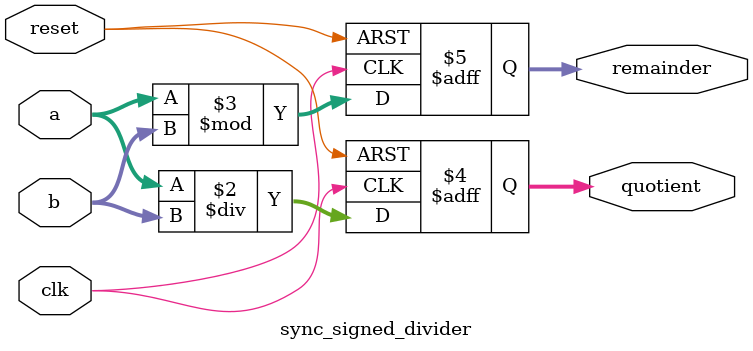
<source format=sv>
module sync_signed_divider (
    input clk,
    input reset,
    input signed [7:0] a,
    input signed [7:0] b,
    output reg signed [7:0] quotient,
    output reg signed [7:0] remainder
);
    always @(posedge clk or posedge reset) begin
        if (reset) begin
            quotient <= 0;
            remainder <= 0;
        end else begin
            quotient <= a / b;
            remainder <= a % b;
        end
    end
endmodule

</source>
